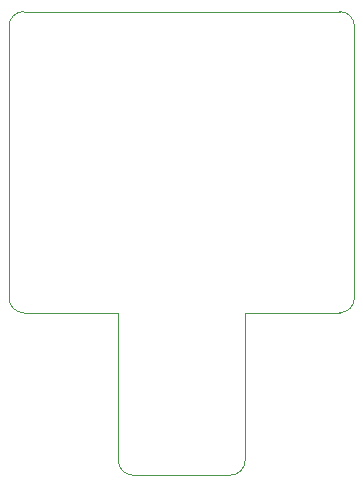
<source format=gbr>
G04 #@! TF.GenerationSoftware,KiCad,Pcbnew,5.1.2*
G04 #@! TF.CreationDate,2019-05-06T18:14:36-05:00*
G04 #@! TF.ProjectId,STM32F030Minimal,53544d33-3246-4303-9330-4d696e696d61,rev?*
G04 #@! TF.SameCoordinates,Original*
G04 #@! TF.FileFunction,Profile,NP*
%FSLAX46Y46*%
G04 Gerber Fmt 4.6, Leading zero omitted, Abs format (unit mm)*
G04 Created by KiCad (PCBNEW 5.1.2) date 2019-05-06 18:14:36*
%MOMM*%
%LPD*%
G04 APERTURE LIST*
%ADD10C,0.050000*%
G04 APERTURE END LIST*
D10*
X165000000Y-91000000D02*
G75*
G02X163750000Y-92250000I-1250000J0D01*
G01*
X155500000Y-92250000D02*
G75*
G02X154250000Y-91000000I0J1250000D01*
G01*
X165000000Y-78500000D02*
X167500000Y-78500000D01*
X165000000Y-91000000D02*
X165000000Y-78500000D01*
X155500000Y-92250000D02*
X163750000Y-92250000D01*
X154250000Y-78500000D02*
X154250000Y-91000000D01*
X152750000Y-78500000D02*
X154250000Y-78500000D01*
X174250000Y-77250000D02*
G75*
G02X173000000Y-78500000I-1250000J0D01*
G01*
X146250000Y-78500000D02*
G75*
G02X145000000Y-77250000I0J1250000D01*
G01*
X145000000Y-54250000D02*
G75*
G02X146250000Y-53000000I1250000J0D01*
G01*
X173000000Y-53000000D02*
G75*
G02X174250000Y-54250000I0J-1250000D01*
G01*
X173000000Y-78500000D02*
X167500000Y-78500000D01*
X174250000Y-54250000D02*
X174250000Y-77250000D01*
X146250000Y-53000000D02*
X173000000Y-53000000D01*
X145000000Y-77250000D02*
X145000000Y-54250000D01*
X152750000Y-78500000D02*
X146250000Y-78500000D01*
M02*

</source>
